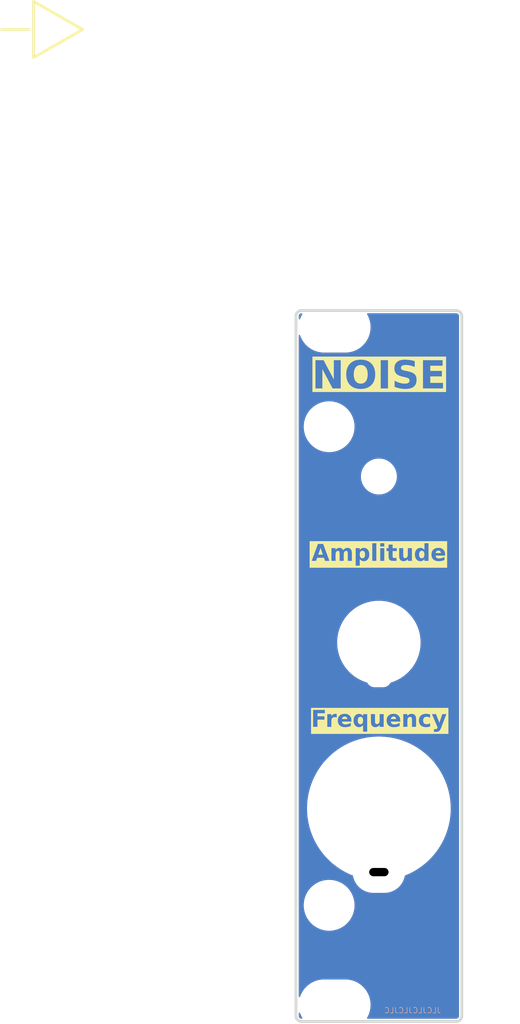
<source format=kicad_pcb>
(kicad_pcb (version 20240108) (generator "pcbnew") (generator_version "8.0")
  (title_block (title "Noise source and frequency filter FRONTPLATE") (date "11/12/2024") (rev "V1") (company "Alexander Saal"))
  (layers (0 "F.Cu" signal) (31 "B.Cu" signal) (34 "B.Paste" user) (35 "F.Paste" user) (36 "B.SilkS" user "B.Silkscreen") (37 "F.SilkS" user "F.Silkscreen") (38 "B.Mask" user) (39 "F.Mask" user) (44 "Edge.Cuts" user))
  (net 0 "")
  (footprint "analog_computing:71BD30" (layer "F.Cu") (at 65.8 140.8)
    (property "Reference" "H7" (hide yes))
    (property "Value" "MountingHole" (hide yes))
    (pad "" np_thru_hole circle (at 0 0) (size 10 10) (drill 10) (layers "F&B.Cu" "*.Mask") (clearance 8))
    (pad "" np_thru_hole oval (at 0 11.5) (size 3.5 1.5) (drill oval 3.5 1.5) (layers "*.Mask"))
  )
  (footprint "MountingHole:MountingHole_6mm" (layer "F.Cu") (at 65.8 80.8)
    (property "Reference" "H5" (hide yes))
    (property "Value" "Noise_Out" (hide yes))
    (pad "" np_thru_hole circle (at 0 0) (size 6 6) (drill 6) (layers "*.Cu" "*.Mask"))
  )
  (footprint "MountingHole:MountingHole_3.2mm_M3" (layer "F.Cu") (at 56.8 71.8)
    (property "Reference" "H2" (hide yes))
    (property "Value" "MountingHole" (hide yes))
    (pad "" np_thru_hole circle (at 0 0) (size 3.2 3.2) (drill 3.2) (layers "F&B.Cu" "*.Mask") (clearance 3))
  )
  (footprint "analog_computing:3.2x7mm_Mounting_Slot" (layer "F.Cu") (at 57.8 53.8)
    (property "Reference" "H1" (hide yes))
    (property "Value" "MountingHole" (hide yes))
    (pad "" np_thru_hole oval (at 0 0) (size 7 3.2) (drill oval 7 3.2) (layers "F&B.Cu" "*.Mask") (clearance 3))
  )
  (footprint "analog_computing:3.2x7mm_Mounting_Slot" (layer "F.Cu") (at 57.8 176.3)
    (property "Reference" "H3" (hide yes))
    (property "Value" "MountingHole" (hide yes))
    (pad "" np_thru_hole oval (at 0 0) (size 7 3.2) (drill oval 7 3.2) (layers "F&B.Cu" "*.Mask"))
  )
  (footprint "MountingHole:MountingHole_3.2mm_M3" (layer "F.Cu") (at 56.8 158.3)
    (property "Reference" "H4" (hide yes))
    (property "Value" "MountingHole" (hide yes))
    (pad "" np_thru_hole circle (at 0 0) (size 3.2 3.2) (drill 3.2) (layers "F&B.Cu" "*.Mask") (clearance 3))
  )
  (footprint "analog_computing:P09X-Series" (layer "F.Cu") (at 65.8 110.8)
    (property "Reference" "H6" (hide yes))
    (property "Value" "MountingHole" (hide yes))
    (pad "" np_thru_hole circle (at 0 0) (size 7.1 7.1) (drill 7.1) (layers "F&B.Cu" "*.Mask") (clearance 4))
    (pad "" np_thru_hole oval (at 0 6.5) (size 2.6 1.2) (drill oval 2.6 1.2) (layers "F&B.Cu" "*.Mask") (clearance 1))
  )
  (gr_line (start 12.215 0) (end 3.325 -5.08) (stroke (width 0.5)) (layer "F.SilkS"))
  (gr_line (start 3.325 -5.08) (end 3.325 5.08) (stroke (width 0.5)) (layer "F.SilkS"))
  (gr_line (start -2.5 0) (end 2.5 0) (stroke (width 0.5)) (layer "F.SilkS"))
  (gr_line (start 3.325 5.08) (end 12.215 0) (stroke (width 0.5)) (layer "F.SilkS"))
  (gr_line (start 80.8 51.8) (end 80.8 178.3) (stroke (width 0.5)) (layer "Edge.Cuts"))
  (gr_arc (start 50.8 51.8) (mid 51.092893 51.092893) (end 51.8 50.8) (stroke (width 0.5)) (layer "Edge.Cuts"))
  (gr_arc (start 79.8 50.8) (mid 80.507107 51.092893) (end 80.8 51.8) (stroke (width 0.5)) (layer "Edge.Cuts"))
  (gr_arc (start 80.8 178.3) (mid 80.507107 179.007107) (end 79.8 179.3) (stroke (width 0.5)) (layer "Edge.Cuts"))
  (gr_line (start 79.8 179.3) (end 51.8 179.3) (stroke (width 0.5)) (layer "Edge.Cuts"))
  (gr_line (start 51.8 50.8) (end 79.8 50.8) (stroke (width 0.5)) (layer "Edge.Cuts"))
  (gr_line (start 50.8 178.3) (end 50.8 51.8) (stroke (width 0.5)) (layer "Edge.Cuts"))
  (gr_arc (start 51.8 179.3) (mid 51.092893 179.007107) (end 50.8 178.3) (stroke (width 0.5)) (layer "Edge.Cuts"))
  (gr_text "JLCJLCJLCJLC" (at 71.9 177.3 0) (layer "B.SilkS") (effects (font (size 1 1) (thickness 0.1)) (justify mirror)))
  (gr_text "NOISE" (at 65.8 62.8 0) (layer "F.SilkS" knockout) (effects (font (size 5 5) (thickness 1) (bold yes))))
  (gr_text "Amplitude" (at 65.8 94.8 0) (layer "F.SilkS" knockout) (effects (font (size 3 3) (thickness 0.75) (bold yes))))
  (gr_text "Frequency" (at 65.8 124.8 0) (layer "F.SilkS" knockout) (effects (font (size 3 3) (thickness 0.75) (bold yes))))
  (zone (net 0) (net_name "") (layers "F&B.Cu") (connect_pads thru_hole_only (clearance 0.5)) (min_thickness 0.25) (fill yes (thermal_gap 0.5) (thermal_bridge_width 0.5) (island_removal_mode 1) (island_area_min 10))
    (polygon (pts (xy 50.8 50.8) (xy 91.1 50.8) (xy 91.1 179.3) (xy 50.8 179.3)))
  )
)
</source>
